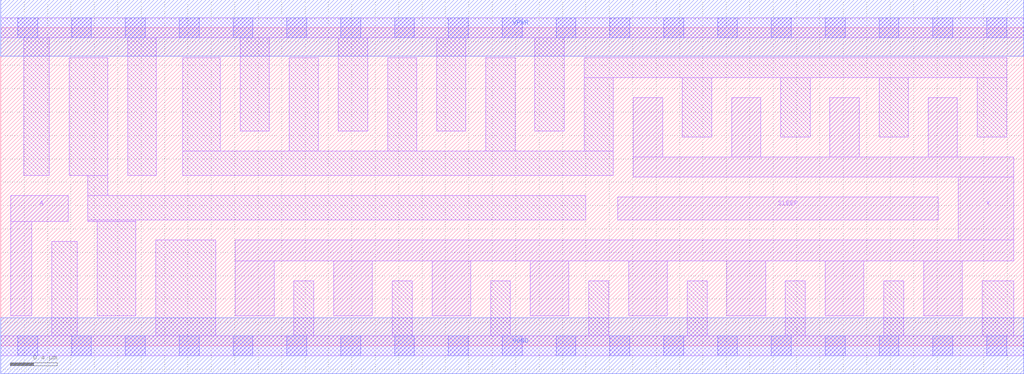
<source format=lef>
# Copyright 2020 The SkyWater PDK Authors
#
# Licensed under the Apache License, Version 2.0 (the "License");
# you may not use this file except in compliance with the License.
# You may obtain a copy of the License at
#
#     https://www.apache.org/licenses/LICENSE-2.0
#
# Unless required by applicable law or agreed to in writing, software
# distributed under the License is distributed on an "AS IS" BASIS,
# WITHOUT WARRANTIES OR CONDITIONS OF ANY KIND, either express or implied.
# See the License for the specific language governing permissions and
# limitations under the License.
#
# SPDX-License-Identifier: Apache-2.0

VERSION 5.7 ;
  NOWIREEXTENSIONATPIN ON ;
  DIVIDERCHAR "/" ;
  BUSBITCHARS "[]" ;
UNITS
  DATABASE MICRONS 200 ;
END UNITS
MACRO sky130_fd_sc_hd__lpflow_isobufsrc_8
  CLASS CORE ;
  FOREIGN sky130_fd_sc_hd__lpflow_isobufsrc_8 ;
  ORIGIN  0.000000  0.000000 ;
  SIZE  8.740000 BY  2.720000 ;
  SYMMETRY X Y R90 ;
  SITE unithd ;
  PIN A
    ANTENNAGATEAREA  0.495000 ;
    DIRECTION INPUT ;
    USE SIGNAL ;
    PORT
      LAYER li1 ;
        RECT 0.085000 0.255000 0.265000 1.065000 ;
        RECT 0.085000 1.065000 0.575000 1.285000 ;
    END
  END A
  PIN SLEEP
    ANTENNAGATEAREA  1.980000 ;
    DIRECTION INPUT ;
    USE SIGNAL ;
    PORT
      LAYER li1 ;
        RECT 5.270000 1.075000 8.010000 1.275000 ;
    END
  END SLEEP
  PIN X
    ANTENNADIFFAREA  2.484000 ;
    DIRECTION OUTPUT ;
    USE SIGNAL ;
    PORT
      LAYER li1 ;
        RECT 2.005000 0.255000 2.335000 0.725000 ;
        RECT 2.005000 0.725000 8.655000 0.905000 ;
        RECT 2.845000 0.255000 3.175000 0.725000 ;
        RECT 3.685000 0.255000 4.015000 0.725000 ;
        RECT 4.525000 0.255000 4.855000 0.725000 ;
        RECT 5.365000 0.255000 5.695000 0.725000 ;
        RECT 5.405000 1.445000 8.655000 1.615000 ;
        RECT 5.405000 1.615000 5.655000 2.125000 ;
        RECT 6.205000 0.255000 6.535000 0.725000 ;
        RECT 6.245000 1.615000 6.495000 2.125000 ;
        RECT 7.045000 0.255000 7.375000 0.725000 ;
        RECT 7.085000 1.615000 7.335000 2.125000 ;
        RECT 7.885000 0.255000 8.215000 0.725000 ;
        RECT 7.925000 1.615000 8.175000 2.125000 ;
        RECT 8.180000 0.905000 8.655000 1.445000 ;
    END
  END X
  PIN VGND
    DIRECTION INOUT ;
    SHAPE ABUTMENT ;
    USE GROUND ;
    PORT
      LAYER met1 ;
        RECT 0.000000 -0.240000 8.740000 0.240000 ;
    END
  END VGND
  PIN VPWR
    DIRECTION INOUT ;
    SHAPE ABUTMENT ;
    USE POWER ;
    PORT
      LAYER met1 ;
        RECT 0.000000 2.480000 8.740000 2.960000 ;
    END
  END VPWR
  OBS
    LAYER li1 ;
      RECT 0.000000 -0.085000 8.740000 0.085000 ;
      RECT 0.000000  2.635000 8.740000 2.805000 ;
      RECT 0.195000  1.455000 0.415000 2.635000 ;
      RECT 0.435000  0.085000 0.655000 0.895000 ;
      RECT 0.585000  1.455000 0.915000 2.465000 ;
      RECT 0.745000  1.065000 1.155000 1.075000 ;
      RECT 0.745000  1.075000 5.000000 1.285000 ;
      RECT 0.745000  1.285000 0.915000 1.455000 ;
      RECT 0.825000  0.255000 1.155000 1.065000 ;
      RECT 1.085000  1.455000 1.330000 2.635000 ;
      RECT 1.325000  0.085000 1.835000 0.905000 ;
      RECT 1.555000  1.455000 5.235000 1.665000 ;
      RECT 1.555000  1.665000 1.875000 2.465000 ;
      RECT 2.045000  1.835000 2.295000 2.635000 ;
      RECT 2.465000  1.665000 2.715000 2.465000 ;
      RECT 2.505000  0.085000 2.675000 0.555000 ;
      RECT 2.885000  1.835000 3.135000 2.635000 ;
      RECT 3.305000  1.665000 3.555000 2.465000 ;
      RECT 3.345000  0.085000 3.515000 0.555000 ;
      RECT 3.725000  1.835000 3.975000 2.635000 ;
      RECT 4.145000  1.665000 4.395000 2.465000 ;
      RECT 4.185000  0.085000 4.355000 0.555000 ;
      RECT 4.565000  1.835000 4.815000 2.635000 ;
      RECT 4.985000  1.665000 5.235000 2.295000 ;
      RECT 4.985000  2.295000 8.595000 2.465000 ;
      RECT 5.025000  0.085000 5.195000 0.555000 ;
      RECT 5.825000  1.785000 6.075000 2.295000 ;
      RECT 5.865000  0.085000 6.035000 0.555000 ;
      RECT 6.665000  1.785000 6.915000 2.295000 ;
      RECT 6.705000  0.085000 6.875000 0.555000 ;
      RECT 7.505000  1.785000 7.755000 2.295000 ;
      RECT 7.545000  0.085000 7.715000 0.555000 ;
      RECT 8.345000  1.785000 8.595000 2.295000 ;
      RECT 8.385000  0.085000 8.655000 0.555000 ;
    LAYER mcon ;
      RECT 0.145000 -0.085000 0.315000 0.085000 ;
      RECT 0.145000  2.635000 0.315000 2.805000 ;
      RECT 0.605000 -0.085000 0.775000 0.085000 ;
      RECT 0.605000  2.635000 0.775000 2.805000 ;
      RECT 1.065000 -0.085000 1.235000 0.085000 ;
      RECT 1.065000  2.635000 1.235000 2.805000 ;
      RECT 1.525000 -0.085000 1.695000 0.085000 ;
      RECT 1.525000  2.635000 1.695000 2.805000 ;
      RECT 1.985000 -0.085000 2.155000 0.085000 ;
      RECT 1.985000  2.635000 2.155000 2.805000 ;
      RECT 2.445000 -0.085000 2.615000 0.085000 ;
      RECT 2.445000  2.635000 2.615000 2.805000 ;
      RECT 2.905000 -0.085000 3.075000 0.085000 ;
      RECT 2.905000  2.635000 3.075000 2.805000 ;
      RECT 3.365000 -0.085000 3.535000 0.085000 ;
      RECT 3.365000  2.635000 3.535000 2.805000 ;
      RECT 3.825000 -0.085000 3.995000 0.085000 ;
      RECT 3.825000  2.635000 3.995000 2.805000 ;
      RECT 4.285000 -0.085000 4.455000 0.085000 ;
      RECT 4.285000  2.635000 4.455000 2.805000 ;
      RECT 4.745000 -0.085000 4.915000 0.085000 ;
      RECT 4.745000  2.635000 4.915000 2.805000 ;
      RECT 5.205000 -0.085000 5.375000 0.085000 ;
      RECT 5.205000  2.635000 5.375000 2.805000 ;
      RECT 5.665000 -0.085000 5.835000 0.085000 ;
      RECT 5.665000  2.635000 5.835000 2.805000 ;
      RECT 6.125000 -0.085000 6.295000 0.085000 ;
      RECT 6.125000  2.635000 6.295000 2.805000 ;
      RECT 6.585000 -0.085000 6.755000 0.085000 ;
      RECT 6.585000  2.635000 6.755000 2.805000 ;
      RECT 7.045000 -0.085000 7.215000 0.085000 ;
      RECT 7.045000  2.635000 7.215000 2.805000 ;
      RECT 7.505000 -0.085000 7.675000 0.085000 ;
      RECT 7.505000  2.635000 7.675000 2.805000 ;
      RECT 7.965000 -0.085000 8.135000 0.085000 ;
      RECT 7.965000  2.635000 8.135000 2.805000 ;
      RECT 8.425000 -0.085000 8.595000 0.085000 ;
      RECT 8.425000  2.635000 8.595000 2.805000 ;
  END
END sky130_fd_sc_hd__lpflow_isobufsrc_8
END LIBRARY

</source>
